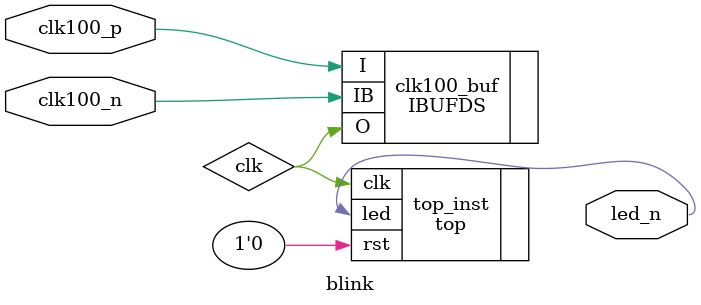
<source format=v>
`timescale 1ns / 1ps

module blink(
    input clk100_p,
    input clk100_n,
    output led_n);

wire clk;
IBUFDS #(
    .DIFF_TERM("FALSE"),
    .IBUF_LOW_PWR("TRUE"),
    .IOSTANDARD("DIFF_SSTL12_DCI")
    ) clk100_buf (
        .I(clk100_p),
        .IB(clk100_n),
        .O(clk)
    );

top top_inst (
    .clk(clk),
    .led(led_n),
    .rst(1'b0)
);

endmodule

</source>
